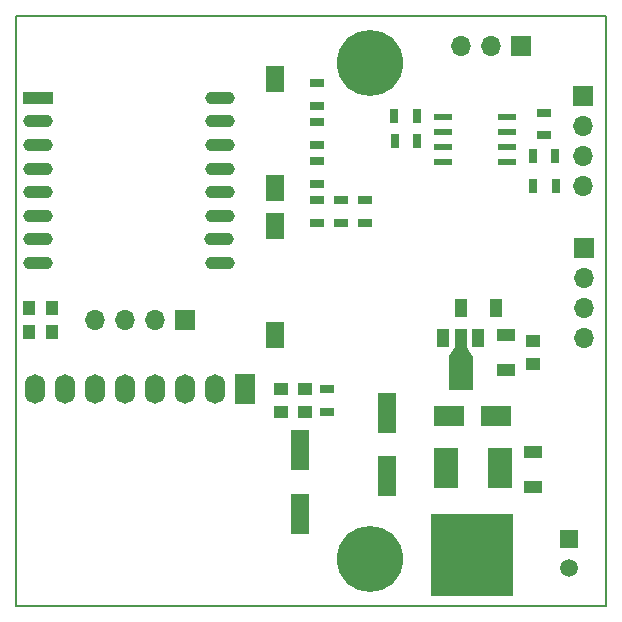
<source format=gts>
G04 #@! TF.FileFunction,Soldermask,Top*
%FSLAX46Y46*%
G04 Gerber Fmt 4.6, Leading zero omitted, Abs format (unit mm)*
G04 Created by KiCad (PCBNEW 4.0.2-stable) date 6/15/2017 12:31:11 PM*
%MOMM*%
G01*
G04 APERTURE LIST*
%ADD10C,0.100000*%
%ADD11C,0.150000*%
%ADD12R,1.727200X2.500000*%
%ADD13O,1.727200X2.500000*%
%ADD14R,0.700000X1.300000*%
%ADD15R,1.600000X2.180000*%
%ADD16R,1.000000X1.250000*%
%ADD17R,1.250000X1.000000*%
%ADD18R,1.600000X1.000000*%
%ADD19R,1.000000X1.600000*%
%ADD20R,1.500000X1.500000*%
%ADD21C,1.500000*%
%ADD22R,1.300000X0.700000*%
%ADD23R,2.500000X1.100000*%
%ADD24O,2.500000X1.100000*%
%ADD25R,2.000000X3.500000*%
%ADD26R,7.000000X7.000000*%
%ADD27R,1.000000X1.500000*%
%ADD28R,2.000000X3.000000*%
%ADD29R,2.500000X1.800000*%
%ADD30R,1.700000X1.700000*%
%ADD31O,1.700000X1.700000*%
%ADD32R,1.550000X0.600000*%
%ADD33C,5.600000*%
%ADD34R,1.600000X3.500000*%
G04 APERTURE END LIST*
D10*
D11*
X100000000Y-100000000D02*
X100000000Y-150000000D01*
X150000000Y-100000000D02*
X100000000Y-100000000D01*
X150000000Y-150000000D02*
X150000000Y-100000000D01*
X100000000Y-150000000D02*
X150000000Y-150000000D01*
D12*
X119380000Y-131572000D03*
D13*
X116840000Y-131572000D03*
X114300000Y-131572000D03*
X111760000Y-131572000D03*
X109220000Y-131572000D03*
X106680000Y-131572000D03*
X104140000Y-131572000D03*
X101600000Y-131572000D03*
D14*
X143830000Y-114452400D03*
X145730000Y-114452400D03*
D15*
X121920000Y-105392000D03*
X121920000Y-114572000D03*
D16*
X101108000Y-126746000D03*
X103108000Y-126746000D03*
X101108000Y-124714000D03*
X103108000Y-124714000D03*
D17*
X122428000Y-133588000D03*
X122428000Y-131588000D03*
X124460000Y-133588000D03*
X124460000Y-131588000D03*
D18*
X143764000Y-136930000D03*
X143764000Y-139930000D03*
D17*
X143764000Y-129524000D03*
X143764000Y-127524000D03*
D18*
X141478000Y-130024000D03*
X141478000Y-127024000D03*
D19*
X137692000Y-124714000D03*
X140692000Y-124714000D03*
D20*
X146812000Y-144272000D03*
D21*
X146812000Y-146772000D03*
D22*
X125476000Y-107630000D03*
X125476000Y-105730000D03*
X127508000Y-115636000D03*
X127508000Y-117536000D03*
X125476000Y-109032000D03*
X125476000Y-110932000D03*
X126365000Y-133538000D03*
X126365000Y-131638000D03*
X125476000Y-115636000D03*
X125476000Y-117536000D03*
X125476000Y-114234000D03*
X125476000Y-112334000D03*
D15*
X121920000Y-117838000D03*
X121920000Y-127018000D03*
D23*
X101916000Y-106934000D03*
D24*
X101916000Y-108934000D03*
X101916000Y-110934000D03*
X101916000Y-112934000D03*
X101916000Y-114934000D03*
X101916000Y-116934000D03*
X101916000Y-118934000D03*
X101916000Y-120934000D03*
X117316000Y-120934000D03*
X117216000Y-118934000D03*
X117316000Y-116934000D03*
X117316000Y-114934000D03*
X117316000Y-112934000D03*
X117316000Y-110934000D03*
X117316000Y-108934000D03*
X117316000Y-106934000D03*
D25*
X140974000Y-138286000D03*
X136394000Y-138286000D03*
D26*
X138674000Y-145686000D03*
D27*
X139168000Y-127298000D03*
X137668000Y-127298000D03*
X136168000Y-127298000D03*
D28*
X137668000Y-130258000D03*
D10*
G36*
X136668000Y-128783000D02*
X137168000Y-128033000D01*
X138168000Y-128033000D01*
X138668000Y-128783000D01*
X136668000Y-128783000D01*
X136668000Y-128783000D01*
G37*
D29*
X140684000Y-133858000D03*
X136684000Y-133858000D03*
D30*
X114300000Y-125730000D03*
D31*
X111760000Y-125730000D03*
X109220000Y-125730000D03*
X106680000Y-125730000D03*
D30*
X148082000Y-119634000D03*
D31*
X148082000Y-122174000D03*
X148082000Y-124714000D03*
X148082000Y-127254000D03*
D30*
X142798800Y-102565200D03*
D31*
X140258800Y-102565200D03*
X137718800Y-102565200D03*
D30*
X148031200Y-106832400D03*
D31*
X148031200Y-109372400D03*
X148031200Y-111912400D03*
X148031200Y-114452400D03*
D14*
X133944400Y-108508800D03*
X132044400Y-108508800D03*
X132095200Y-110642400D03*
X133995200Y-110642400D03*
X143779200Y-111912400D03*
X145679200Y-111912400D03*
D22*
X144729200Y-110119200D03*
X144729200Y-108219200D03*
D32*
X136187200Y-108534200D03*
X136187200Y-109804200D03*
X136187200Y-111074200D03*
X136187200Y-112344200D03*
X141587200Y-112344200D03*
X141587200Y-111074200D03*
X141587200Y-109804200D03*
X141587200Y-108534200D03*
D33*
X130000000Y-146000000D03*
X130000000Y-104000000D03*
D34*
X124079000Y-136746000D03*
X124079000Y-142146000D03*
X131400000Y-133600000D03*
X131400000Y-139000000D03*
D22*
X129540000Y-115636000D03*
X129540000Y-117536000D03*
M02*

</source>
